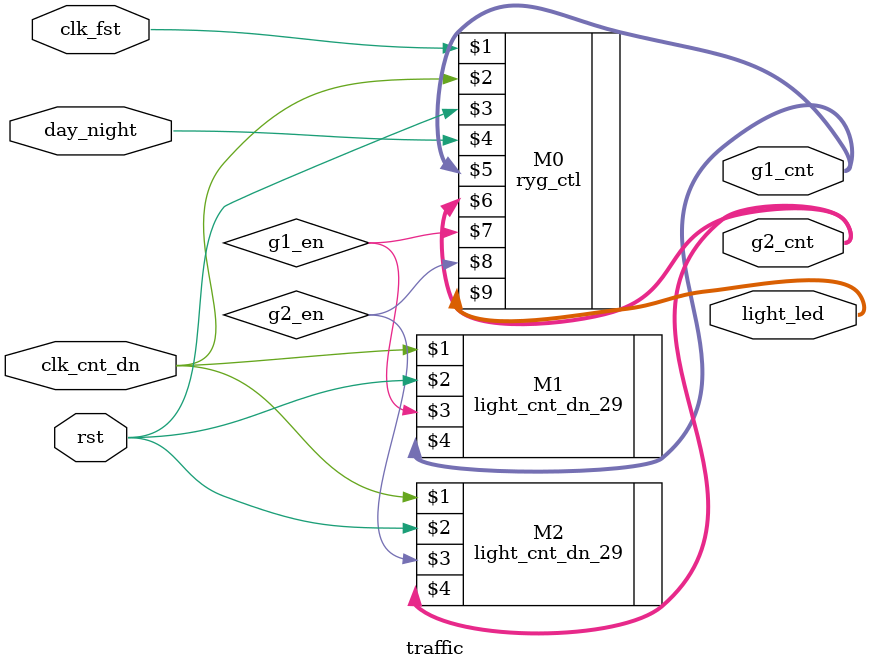
<source format=v>
module traffic (clk_fst, clk_cnt_dn, rst, day_night, g1_cnt, g2_cnt, light_led);
input 	clk_fst, clk_cnt_dn, rst, day_night;
output[5:0]	light_led;
output[7:0]	g1_cnt;
output[7:0]	g2_cnt;
wire		g1_en, g2_en;
wire[7:0]	g1_cnt;//29 倒數計時1
wire[7:0]	g2_cnt;//29 倒數計時2

//輸入 day_night, g1_cnt, g2_cnt 輸出 g1_en g2_en light_led
ryg_ctl M0(clk_fst, clk_cnt_dn, rst, day_night, g1_cnt, g2_cnt, g1_en, g2_en, light_led);

light_cnt_dn_29 M1(clk_cnt_dn, rst, g1_en, g1_cnt); // for light 1 產生 g1_cnt
light_cnt_dn_29 M2(clk_cnt_dn, rst, g2_en, g2_cnt); // for light 2  產生 g2_cnt
endmodule

</source>
